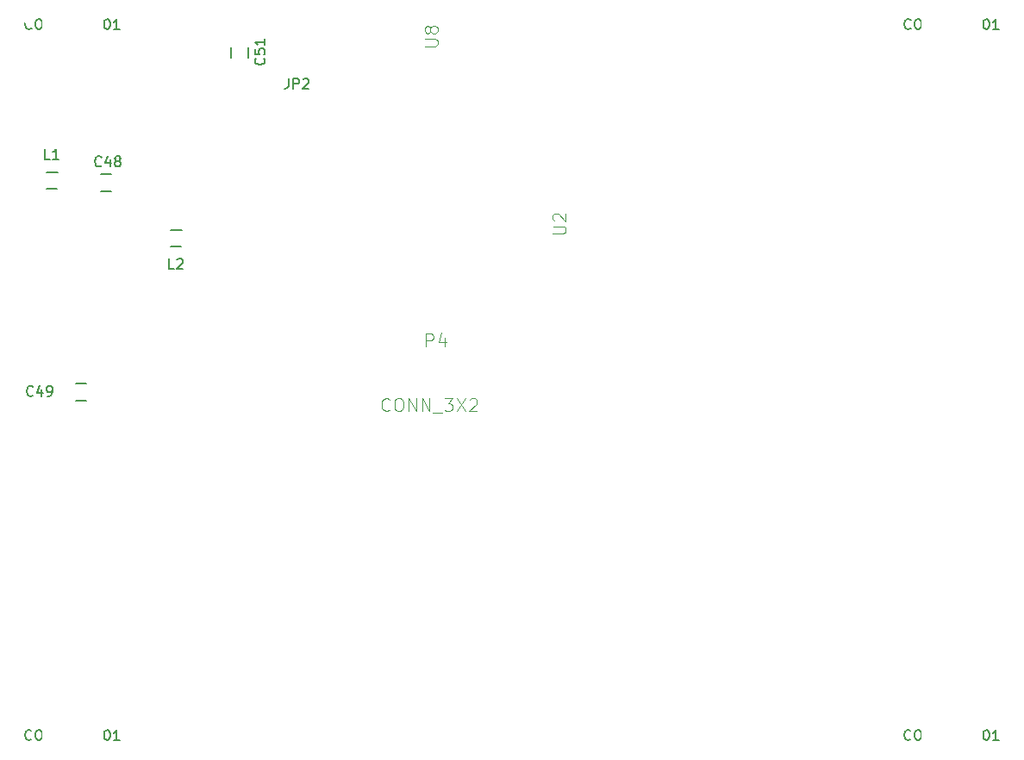
<source format=gto>
G04 #@! TF.FileFunction,Legend,Top*
%FSLAX46Y46*%
G04 Gerber Fmt 4.6, Leading zero omitted, Abs format (unit mm)*
G04 Created by KiCad (PCBNEW 4.0.2-4+6225~38~ubuntu15.04.1-stable) date So 06 Mär 2016 00:32:31 CET*
%MOMM*%
G01*
G04 APERTURE LIST*
%ADD10C,0.150000*%
%ADD11C,0.088900*%
%ADD12C,0.899160*%
%ADD13O,1.506220X3.014980*%
%ADD14R,1.600200X1.198880*%
%ADD15C,6.000000*%
%ADD16R,1.727200X1.727200*%
%ADD17O,1.727200X1.727200*%
%ADD18R,1.050000X1.050000*%
%ADD19C,1.050000*%
%ADD20R,1.000000X1.250000*%
%ADD21R,0.200000X0.200000*%
%ADD22R,1.250000X1.000000*%
%ADD23C,1.320800*%
%ADD24C,2.000000*%
%ADD25C,0.889000*%
%ADD26C,0.600000*%
G04 APERTURE END LIST*
D10*
X4401820Y-21805900D02*
X5453380Y-21805900D01*
X5504180Y-20205700D02*
X4452620Y-20205700D01*
X9788000Y-22059000D02*
X10788000Y-22059000D01*
X10788000Y-20359000D02*
X9788000Y-20359000D01*
X17696180Y-25895300D02*
X16644620Y-25895300D01*
X16593820Y-27495500D02*
X17645380Y-27495500D01*
X7323200Y-42658400D02*
X8323200Y-42658400D01*
X8323200Y-40958400D02*
X7323200Y-40958400D01*
X22568800Y-7932800D02*
X22568800Y-8932800D01*
X24268800Y-8932800D02*
X24268800Y-7932800D01*
X4786334Y-18918181D02*
X4310143Y-18918181D01*
X4310143Y-17918181D01*
X5643477Y-18918181D02*
X5072048Y-18918181D01*
X5357762Y-18918181D02*
X5357762Y-17918181D01*
X5262524Y-18061038D01*
X5167286Y-18156276D01*
X5072048Y-18203895D01*
D11*
X54169524Y-26240619D02*
X55197619Y-26240619D01*
X55318571Y-26180143D01*
X55379048Y-26119667D01*
X55439524Y-25998714D01*
X55439524Y-25756810D01*
X55379048Y-25635857D01*
X55318571Y-25575381D01*
X55197619Y-25514905D01*
X54169524Y-25514905D01*
X54290476Y-24970619D02*
X54230000Y-24910143D01*
X54169524Y-24789191D01*
X54169524Y-24486810D01*
X54230000Y-24365857D01*
X54290476Y-24305381D01*
X54411429Y-24244905D01*
X54532381Y-24244905D01*
X54713810Y-24305381D01*
X55439524Y-25031095D01*
X55439524Y-24244905D01*
X41596524Y-7825619D02*
X42624619Y-7825619D01*
X42745571Y-7765143D01*
X42806048Y-7704667D01*
X42866524Y-7583714D01*
X42866524Y-7341810D01*
X42806048Y-7220857D01*
X42745571Y-7160381D01*
X42624619Y-7099905D01*
X41596524Y-7099905D01*
X42140810Y-6313714D02*
X42080333Y-6434667D01*
X42019857Y-6495143D01*
X41898905Y-6555619D01*
X41838429Y-6555619D01*
X41717476Y-6495143D01*
X41657000Y-6434667D01*
X41596524Y-6313714D01*
X41596524Y-6071810D01*
X41657000Y-5950857D01*
X41717476Y-5890381D01*
X41838429Y-5829905D01*
X41898905Y-5829905D01*
X42019857Y-5890381D01*
X42080333Y-5950857D01*
X42140810Y-6071810D01*
X42140810Y-6313714D01*
X42201286Y-6434667D01*
X42261762Y-6495143D01*
X42382714Y-6555619D01*
X42624619Y-6555619D01*
X42745571Y-6495143D01*
X42806048Y-6434667D01*
X42866524Y-6313714D01*
X42866524Y-6071810D01*
X42806048Y-5950857D01*
X42745571Y-5890381D01*
X42624619Y-5829905D01*
X42382714Y-5829905D01*
X42261762Y-5890381D01*
X42201286Y-5950857D01*
X42140810Y-6071810D01*
D10*
X6247905Y-6167381D02*
X6247905Y-5167381D01*
X6628858Y-5167381D01*
X6724096Y-5215000D01*
X6771715Y-5262619D01*
X6819334Y-5357857D01*
X6819334Y-5500714D01*
X6771715Y-5595952D01*
X6724096Y-5643571D01*
X6628858Y-5691190D01*
X6247905Y-5691190D01*
X7390762Y-5595952D02*
X7295524Y-5548333D01*
X7247905Y-5500714D01*
X7200286Y-5405476D01*
X7200286Y-5357857D01*
X7247905Y-5262619D01*
X7295524Y-5215000D01*
X7390762Y-5167381D01*
X7581239Y-5167381D01*
X7676477Y-5215000D01*
X7724096Y-5262619D01*
X7771715Y-5357857D01*
X7771715Y-5405476D01*
X7724096Y-5500714D01*
X7676477Y-5548333D01*
X7581239Y-5595952D01*
X7390762Y-5595952D01*
X7295524Y-5643571D01*
X7247905Y-5691190D01*
X7200286Y-5786429D01*
X7200286Y-5976905D01*
X7247905Y-6072143D01*
X7295524Y-6119762D01*
X7390762Y-6167381D01*
X7581239Y-6167381D01*
X7676477Y-6119762D01*
X7724096Y-6072143D01*
X7771715Y-5976905D01*
X7771715Y-5786429D01*
X7724096Y-5691190D01*
X7676477Y-5643571D01*
X7581239Y-5595952D01*
X2962191Y-6072143D02*
X2914572Y-6119762D01*
X2771715Y-6167381D01*
X2676477Y-6167381D01*
X2533619Y-6119762D01*
X2438381Y-6024524D01*
X2390762Y-5929286D01*
X2343143Y-5738810D01*
X2343143Y-5595952D01*
X2390762Y-5405476D01*
X2438381Y-5310238D01*
X2533619Y-5215000D01*
X2676477Y-5167381D01*
X2771715Y-5167381D01*
X2914572Y-5215000D01*
X2962191Y-5262619D01*
X3581238Y-5167381D02*
X3771715Y-5167381D01*
X3866953Y-5215000D01*
X3962191Y-5310238D01*
X4009810Y-5500714D01*
X4009810Y-5834048D01*
X3962191Y-6024524D01*
X3866953Y-6119762D01*
X3771715Y-6167381D01*
X3581238Y-6167381D01*
X3486000Y-6119762D01*
X3390762Y-6024524D01*
X3343143Y-5834048D01*
X3343143Y-5500714D01*
X3390762Y-5310238D01*
X3486000Y-5215000D01*
X3581238Y-5167381D01*
X4438381Y-6167381D02*
X4438381Y-5167381D01*
X5009810Y-6167381D01*
X5009810Y-5167381D01*
X5486000Y-6167381D02*
X5486000Y-5167381D01*
X6057429Y-6167381D01*
X6057429Y-5167381D01*
X6295524Y-6262619D02*
X7057429Y-6262619D01*
X7486000Y-5167381D02*
X7581239Y-5167381D01*
X7676477Y-5215000D01*
X7724096Y-5262619D01*
X7771715Y-5357857D01*
X7819334Y-5548333D01*
X7819334Y-5786429D01*
X7771715Y-5976905D01*
X7724096Y-6072143D01*
X7676477Y-6119762D01*
X7581239Y-6167381D01*
X7486000Y-6167381D01*
X7390762Y-6119762D01*
X7343143Y-6072143D01*
X7295524Y-5976905D01*
X7247905Y-5786429D01*
X7247905Y-5548333D01*
X7295524Y-5357857D01*
X7343143Y-5262619D01*
X7390762Y-5215000D01*
X7486000Y-5167381D01*
X8771715Y-6167381D02*
X8200286Y-6167381D01*
X8486000Y-6167381D02*
X8486000Y-5167381D01*
X8390762Y-5310238D01*
X8295524Y-5405476D01*
X8200286Y-5453095D01*
X9105048Y-5167381D02*
X9771715Y-6167381D01*
X9771715Y-5167381D02*
X9105048Y-6167381D01*
X10343143Y-5167381D02*
X10438382Y-5167381D01*
X10533620Y-5215000D01*
X10581239Y-5262619D01*
X10628858Y-5357857D01*
X10676477Y-5548333D01*
X10676477Y-5786429D01*
X10628858Y-5976905D01*
X10581239Y-6072143D01*
X10533620Y-6119762D01*
X10438382Y-6167381D01*
X10343143Y-6167381D01*
X10247905Y-6119762D01*
X10200286Y-6072143D01*
X10152667Y-5976905D01*
X10105048Y-5786429D01*
X10105048Y-5548333D01*
X10152667Y-5357857D01*
X10200286Y-5262619D01*
X10247905Y-5215000D01*
X10343143Y-5167381D01*
X11628858Y-6167381D02*
X11057429Y-6167381D01*
X11343143Y-6167381D02*
X11343143Y-5167381D01*
X11247905Y-5310238D01*
X11152667Y-5405476D01*
X11057429Y-5453095D01*
X92607905Y-6167381D02*
X92607905Y-5167381D01*
X92988858Y-5167381D01*
X93084096Y-5215000D01*
X93131715Y-5262619D01*
X93179334Y-5357857D01*
X93179334Y-5500714D01*
X93131715Y-5595952D01*
X93084096Y-5643571D01*
X92988858Y-5691190D01*
X92607905Y-5691190D01*
X93655524Y-6167381D02*
X93846000Y-6167381D01*
X93941239Y-6119762D01*
X93988858Y-6072143D01*
X94084096Y-5929286D01*
X94131715Y-5738810D01*
X94131715Y-5357857D01*
X94084096Y-5262619D01*
X94036477Y-5215000D01*
X93941239Y-5167381D01*
X93750762Y-5167381D01*
X93655524Y-5215000D01*
X93607905Y-5262619D01*
X93560286Y-5357857D01*
X93560286Y-5595952D01*
X93607905Y-5691190D01*
X93655524Y-5738810D01*
X93750762Y-5786429D01*
X93941239Y-5786429D01*
X94036477Y-5738810D01*
X94084096Y-5691190D01*
X94131715Y-5595952D01*
X89322191Y-6072143D02*
X89274572Y-6119762D01*
X89131715Y-6167381D01*
X89036477Y-6167381D01*
X88893619Y-6119762D01*
X88798381Y-6024524D01*
X88750762Y-5929286D01*
X88703143Y-5738810D01*
X88703143Y-5595952D01*
X88750762Y-5405476D01*
X88798381Y-5310238D01*
X88893619Y-5215000D01*
X89036477Y-5167381D01*
X89131715Y-5167381D01*
X89274572Y-5215000D01*
X89322191Y-5262619D01*
X89941238Y-5167381D02*
X90131715Y-5167381D01*
X90226953Y-5215000D01*
X90322191Y-5310238D01*
X90369810Y-5500714D01*
X90369810Y-5834048D01*
X90322191Y-6024524D01*
X90226953Y-6119762D01*
X90131715Y-6167381D01*
X89941238Y-6167381D01*
X89846000Y-6119762D01*
X89750762Y-6024524D01*
X89703143Y-5834048D01*
X89703143Y-5500714D01*
X89750762Y-5310238D01*
X89846000Y-5215000D01*
X89941238Y-5167381D01*
X90798381Y-6167381D02*
X90798381Y-5167381D01*
X91369810Y-6167381D01*
X91369810Y-5167381D01*
X91846000Y-6167381D02*
X91846000Y-5167381D01*
X92417429Y-6167381D01*
X92417429Y-5167381D01*
X92655524Y-6262619D02*
X93417429Y-6262619D01*
X93846000Y-5167381D02*
X93941239Y-5167381D01*
X94036477Y-5215000D01*
X94084096Y-5262619D01*
X94131715Y-5357857D01*
X94179334Y-5548333D01*
X94179334Y-5786429D01*
X94131715Y-5976905D01*
X94084096Y-6072143D01*
X94036477Y-6119762D01*
X93941239Y-6167381D01*
X93846000Y-6167381D01*
X93750762Y-6119762D01*
X93703143Y-6072143D01*
X93655524Y-5976905D01*
X93607905Y-5786429D01*
X93607905Y-5548333D01*
X93655524Y-5357857D01*
X93703143Y-5262619D01*
X93750762Y-5215000D01*
X93846000Y-5167381D01*
X95131715Y-6167381D02*
X94560286Y-6167381D01*
X94846000Y-6167381D02*
X94846000Y-5167381D01*
X94750762Y-5310238D01*
X94655524Y-5405476D01*
X94560286Y-5453095D01*
X95465048Y-5167381D02*
X96131715Y-6167381D01*
X96131715Y-5167381D02*
X95465048Y-6167381D01*
X96703143Y-5167381D02*
X96798382Y-5167381D01*
X96893620Y-5215000D01*
X96941239Y-5262619D01*
X96988858Y-5357857D01*
X97036477Y-5548333D01*
X97036477Y-5786429D01*
X96988858Y-5976905D01*
X96941239Y-6072143D01*
X96893620Y-6119762D01*
X96798382Y-6167381D01*
X96703143Y-6167381D01*
X96607905Y-6119762D01*
X96560286Y-6072143D01*
X96512667Y-5976905D01*
X96465048Y-5786429D01*
X96465048Y-5548333D01*
X96512667Y-5357857D01*
X96560286Y-5262619D01*
X96607905Y-5215000D01*
X96703143Y-5167381D01*
X97988858Y-6167381D02*
X97417429Y-6167381D01*
X97703143Y-6167381D02*
X97703143Y-5167381D01*
X97607905Y-5310238D01*
X97512667Y-5405476D01*
X97417429Y-5453095D01*
X92130714Y-76017381D02*
X92130714Y-75017381D01*
X92511667Y-75017381D01*
X92606905Y-75065000D01*
X92654524Y-75112619D01*
X92702143Y-75207857D01*
X92702143Y-75350714D01*
X92654524Y-75445952D01*
X92606905Y-75493571D01*
X92511667Y-75541190D01*
X92130714Y-75541190D01*
X93654524Y-76017381D02*
X93083095Y-76017381D01*
X93368809Y-76017381D02*
X93368809Y-75017381D01*
X93273571Y-75160238D01*
X93178333Y-75255476D01*
X93083095Y-75303095D01*
X94273571Y-75017381D02*
X94368810Y-75017381D01*
X94464048Y-75065000D01*
X94511667Y-75112619D01*
X94559286Y-75207857D01*
X94606905Y-75398333D01*
X94606905Y-75636429D01*
X94559286Y-75826905D01*
X94511667Y-75922143D01*
X94464048Y-75969762D01*
X94368810Y-76017381D01*
X94273571Y-76017381D01*
X94178333Y-75969762D01*
X94130714Y-75922143D01*
X94083095Y-75826905D01*
X94035476Y-75636429D01*
X94035476Y-75398333D01*
X94083095Y-75207857D01*
X94130714Y-75112619D01*
X94178333Y-75065000D01*
X94273571Y-75017381D01*
X89321191Y-75922143D02*
X89273572Y-75969762D01*
X89130715Y-76017381D01*
X89035477Y-76017381D01*
X88892619Y-75969762D01*
X88797381Y-75874524D01*
X88749762Y-75779286D01*
X88702143Y-75588810D01*
X88702143Y-75445952D01*
X88749762Y-75255476D01*
X88797381Y-75160238D01*
X88892619Y-75065000D01*
X89035477Y-75017381D01*
X89130715Y-75017381D01*
X89273572Y-75065000D01*
X89321191Y-75112619D01*
X89940238Y-75017381D02*
X90130715Y-75017381D01*
X90225953Y-75065000D01*
X90321191Y-75160238D01*
X90368810Y-75350714D01*
X90368810Y-75684048D01*
X90321191Y-75874524D01*
X90225953Y-75969762D01*
X90130715Y-76017381D01*
X89940238Y-76017381D01*
X89845000Y-75969762D01*
X89749762Y-75874524D01*
X89702143Y-75684048D01*
X89702143Y-75350714D01*
X89749762Y-75160238D01*
X89845000Y-75065000D01*
X89940238Y-75017381D01*
X90797381Y-76017381D02*
X90797381Y-75017381D01*
X91368810Y-76017381D01*
X91368810Y-75017381D01*
X91845000Y-76017381D02*
X91845000Y-75017381D01*
X92416429Y-76017381D01*
X92416429Y-75017381D01*
X92654524Y-76112619D02*
X93416429Y-76112619D01*
X93845000Y-75017381D02*
X93940239Y-75017381D01*
X94035477Y-75065000D01*
X94083096Y-75112619D01*
X94130715Y-75207857D01*
X94178334Y-75398333D01*
X94178334Y-75636429D01*
X94130715Y-75826905D01*
X94083096Y-75922143D01*
X94035477Y-75969762D01*
X93940239Y-76017381D01*
X93845000Y-76017381D01*
X93749762Y-75969762D01*
X93702143Y-75922143D01*
X93654524Y-75826905D01*
X93606905Y-75636429D01*
X93606905Y-75398333D01*
X93654524Y-75207857D01*
X93702143Y-75112619D01*
X93749762Y-75065000D01*
X93845000Y-75017381D01*
X95130715Y-76017381D02*
X94559286Y-76017381D01*
X94845000Y-76017381D02*
X94845000Y-75017381D01*
X94749762Y-75160238D01*
X94654524Y-75255476D01*
X94559286Y-75303095D01*
X95464048Y-75017381D02*
X96130715Y-76017381D01*
X96130715Y-75017381D02*
X95464048Y-76017381D01*
X96702143Y-75017381D02*
X96797382Y-75017381D01*
X96892620Y-75065000D01*
X96940239Y-75112619D01*
X96987858Y-75207857D01*
X97035477Y-75398333D01*
X97035477Y-75636429D01*
X96987858Y-75826905D01*
X96940239Y-75922143D01*
X96892620Y-75969762D01*
X96797382Y-76017381D01*
X96702143Y-76017381D01*
X96606905Y-75969762D01*
X96559286Y-75922143D01*
X96511667Y-75826905D01*
X96464048Y-75636429D01*
X96464048Y-75398333D01*
X96511667Y-75207857D01*
X96559286Y-75112619D01*
X96606905Y-75065000D01*
X96702143Y-75017381D01*
X97987858Y-76017381D02*
X97416429Y-76017381D01*
X97702143Y-76017381D02*
X97702143Y-75017381D01*
X97606905Y-75160238D01*
X97511667Y-75255476D01*
X97416429Y-75303095D01*
X5770714Y-76017381D02*
X5770714Y-75017381D01*
X6151667Y-75017381D01*
X6246905Y-75065000D01*
X6294524Y-75112619D01*
X6342143Y-75207857D01*
X6342143Y-75350714D01*
X6294524Y-75445952D01*
X6246905Y-75493571D01*
X6151667Y-75541190D01*
X5770714Y-75541190D01*
X7294524Y-76017381D02*
X6723095Y-76017381D01*
X7008809Y-76017381D02*
X7008809Y-75017381D01*
X6913571Y-75160238D01*
X6818333Y-75255476D01*
X6723095Y-75303095D01*
X8246905Y-76017381D02*
X7675476Y-76017381D01*
X7961190Y-76017381D02*
X7961190Y-75017381D01*
X7865952Y-75160238D01*
X7770714Y-75255476D01*
X7675476Y-75303095D01*
X2961191Y-75922143D02*
X2913572Y-75969762D01*
X2770715Y-76017381D01*
X2675477Y-76017381D01*
X2532619Y-75969762D01*
X2437381Y-75874524D01*
X2389762Y-75779286D01*
X2342143Y-75588810D01*
X2342143Y-75445952D01*
X2389762Y-75255476D01*
X2437381Y-75160238D01*
X2532619Y-75065000D01*
X2675477Y-75017381D01*
X2770715Y-75017381D01*
X2913572Y-75065000D01*
X2961191Y-75112619D01*
X3580238Y-75017381D02*
X3770715Y-75017381D01*
X3865953Y-75065000D01*
X3961191Y-75160238D01*
X4008810Y-75350714D01*
X4008810Y-75684048D01*
X3961191Y-75874524D01*
X3865953Y-75969762D01*
X3770715Y-76017381D01*
X3580238Y-76017381D01*
X3485000Y-75969762D01*
X3389762Y-75874524D01*
X3342143Y-75684048D01*
X3342143Y-75350714D01*
X3389762Y-75160238D01*
X3485000Y-75065000D01*
X3580238Y-75017381D01*
X4437381Y-76017381D02*
X4437381Y-75017381D01*
X5008810Y-76017381D01*
X5008810Y-75017381D01*
X5485000Y-76017381D02*
X5485000Y-75017381D01*
X6056429Y-76017381D01*
X6056429Y-75017381D01*
X6294524Y-76112619D02*
X7056429Y-76112619D01*
X7485000Y-75017381D02*
X7580239Y-75017381D01*
X7675477Y-75065000D01*
X7723096Y-75112619D01*
X7770715Y-75207857D01*
X7818334Y-75398333D01*
X7818334Y-75636429D01*
X7770715Y-75826905D01*
X7723096Y-75922143D01*
X7675477Y-75969762D01*
X7580239Y-76017381D01*
X7485000Y-76017381D01*
X7389762Y-75969762D01*
X7342143Y-75922143D01*
X7294524Y-75826905D01*
X7246905Y-75636429D01*
X7246905Y-75398333D01*
X7294524Y-75207857D01*
X7342143Y-75112619D01*
X7389762Y-75065000D01*
X7485000Y-75017381D01*
X8770715Y-76017381D02*
X8199286Y-76017381D01*
X8485000Y-76017381D02*
X8485000Y-75017381D01*
X8389762Y-75160238D01*
X8294524Y-75255476D01*
X8199286Y-75303095D01*
X9104048Y-75017381D02*
X9770715Y-76017381D01*
X9770715Y-75017381D02*
X9104048Y-76017381D01*
X10342143Y-75017381D02*
X10437382Y-75017381D01*
X10532620Y-75065000D01*
X10580239Y-75112619D01*
X10627858Y-75207857D01*
X10675477Y-75398333D01*
X10675477Y-75636429D01*
X10627858Y-75826905D01*
X10580239Y-75922143D01*
X10532620Y-75969762D01*
X10437382Y-76017381D01*
X10342143Y-76017381D01*
X10246905Y-75969762D01*
X10199286Y-75922143D01*
X10151667Y-75826905D01*
X10104048Y-75636429D01*
X10104048Y-75398333D01*
X10151667Y-75207857D01*
X10199286Y-75112619D01*
X10246905Y-75065000D01*
X10342143Y-75017381D01*
X11627858Y-76017381D02*
X11056429Y-76017381D01*
X11342143Y-76017381D02*
X11342143Y-75017381D01*
X11246905Y-75160238D01*
X11151667Y-75255476D01*
X11056429Y-75303095D01*
X9821943Y-19559543D02*
X9774324Y-19607162D01*
X9631467Y-19654781D01*
X9536229Y-19654781D01*
X9393371Y-19607162D01*
X9298133Y-19511924D01*
X9250514Y-19416686D01*
X9202895Y-19226210D01*
X9202895Y-19083352D01*
X9250514Y-18892876D01*
X9298133Y-18797638D01*
X9393371Y-18702400D01*
X9536229Y-18654781D01*
X9631467Y-18654781D01*
X9774324Y-18702400D01*
X9821943Y-18750019D01*
X10679086Y-18988114D02*
X10679086Y-19654781D01*
X10440990Y-18607162D02*
X10202895Y-19321448D01*
X10821943Y-19321448D01*
X11345752Y-19083352D02*
X11250514Y-19035733D01*
X11202895Y-18988114D01*
X11155276Y-18892876D01*
X11155276Y-18845257D01*
X11202895Y-18750019D01*
X11250514Y-18702400D01*
X11345752Y-18654781D01*
X11536229Y-18654781D01*
X11631467Y-18702400D01*
X11679086Y-18750019D01*
X11726705Y-18845257D01*
X11726705Y-18892876D01*
X11679086Y-18988114D01*
X11631467Y-19035733D01*
X11536229Y-19083352D01*
X11345752Y-19083352D01*
X11250514Y-19130971D01*
X11202895Y-19178590D01*
X11155276Y-19273829D01*
X11155276Y-19464305D01*
X11202895Y-19559543D01*
X11250514Y-19607162D01*
X11345752Y-19654781D01*
X11536229Y-19654781D01*
X11631467Y-19607162D01*
X11679086Y-19559543D01*
X11726705Y-19464305D01*
X11726705Y-19273829D01*
X11679086Y-19178590D01*
X11631467Y-19130971D01*
X11536229Y-19083352D01*
X16978334Y-29687781D02*
X16502143Y-29687781D01*
X16502143Y-28687781D01*
X17264048Y-28783019D02*
X17311667Y-28735400D01*
X17406905Y-28687781D01*
X17645001Y-28687781D01*
X17740239Y-28735400D01*
X17787858Y-28783019D01*
X17835477Y-28878257D01*
X17835477Y-28973495D01*
X17787858Y-29116352D01*
X17216429Y-29687781D01*
X17835477Y-29687781D01*
X3116343Y-42114743D02*
X3068724Y-42162362D01*
X2925867Y-42209981D01*
X2830629Y-42209981D01*
X2687771Y-42162362D01*
X2592533Y-42067124D01*
X2544914Y-41971886D01*
X2497295Y-41781410D01*
X2497295Y-41638552D01*
X2544914Y-41448076D01*
X2592533Y-41352838D01*
X2687771Y-41257600D01*
X2830629Y-41209981D01*
X2925867Y-41209981D01*
X3068724Y-41257600D01*
X3116343Y-41305219D01*
X3973486Y-41543314D02*
X3973486Y-42209981D01*
X3735390Y-41162362D02*
X3497295Y-41876648D01*
X4116343Y-41876648D01*
X4544914Y-42209981D02*
X4735390Y-42209981D01*
X4830629Y-42162362D01*
X4878248Y-42114743D01*
X4973486Y-41971886D01*
X5021105Y-41781410D01*
X5021105Y-41400457D01*
X4973486Y-41305219D01*
X4925867Y-41257600D01*
X4830629Y-41209981D01*
X4640152Y-41209981D01*
X4544914Y-41257600D01*
X4497295Y-41305219D01*
X4449676Y-41400457D01*
X4449676Y-41638552D01*
X4497295Y-41733790D01*
X4544914Y-41781410D01*
X4640152Y-41829029D01*
X4830629Y-41829029D01*
X4925867Y-41781410D01*
X4973486Y-41733790D01*
X5021105Y-41638552D01*
X28210027Y-11014461D02*
X28210027Y-11728747D01*
X28162407Y-11871604D01*
X28067169Y-11966842D01*
X27924312Y-12014461D01*
X27829074Y-12014461D01*
X28686217Y-12014461D02*
X28686217Y-11014461D01*
X29067170Y-11014461D01*
X29162408Y-11062080D01*
X29210027Y-11109699D01*
X29257646Y-11204937D01*
X29257646Y-11347794D01*
X29210027Y-11443032D01*
X29162408Y-11490651D01*
X29067170Y-11538270D01*
X28686217Y-11538270D01*
X29638598Y-11109699D02*
X29686217Y-11062080D01*
X29781455Y-11014461D01*
X30019551Y-11014461D01*
X30114789Y-11062080D01*
X30162408Y-11109699D01*
X30210027Y-11204937D01*
X30210027Y-11300175D01*
X30162408Y-11443032D01*
X29590979Y-12014461D01*
X30210027Y-12014461D01*
X25807943Y-9024857D02*
X25855562Y-9072476D01*
X25903181Y-9215333D01*
X25903181Y-9310571D01*
X25855562Y-9453429D01*
X25760324Y-9548667D01*
X25665086Y-9596286D01*
X25474610Y-9643905D01*
X25331752Y-9643905D01*
X25141276Y-9596286D01*
X25046038Y-9548667D01*
X24950800Y-9453429D01*
X24903181Y-9310571D01*
X24903181Y-9215333D01*
X24950800Y-9072476D01*
X24998419Y-9024857D01*
X24903181Y-8120095D02*
X24903181Y-8596286D01*
X25379371Y-8643905D01*
X25331752Y-8596286D01*
X25284133Y-8501048D01*
X25284133Y-8262952D01*
X25331752Y-8167714D01*
X25379371Y-8120095D01*
X25474610Y-8072476D01*
X25712705Y-8072476D01*
X25807943Y-8120095D01*
X25855562Y-8167714D01*
X25903181Y-8262952D01*
X25903181Y-8501048D01*
X25855562Y-8596286D01*
X25807943Y-8643905D01*
X25903181Y-7120095D02*
X25903181Y-7691524D01*
X25903181Y-7405810D02*
X24903181Y-7405810D01*
X25046038Y-7501048D01*
X25141276Y-7596286D01*
X25188895Y-7691524D01*
D11*
X41734619Y-37341024D02*
X41734619Y-36071024D01*
X42218428Y-36071024D01*
X42339381Y-36131500D01*
X42399857Y-36191976D01*
X42460333Y-36312929D01*
X42460333Y-36494357D01*
X42399857Y-36615310D01*
X42339381Y-36675786D01*
X42218428Y-36736262D01*
X41734619Y-36736262D01*
X43548905Y-36494357D02*
X43548905Y-37341024D01*
X43246524Y-36010548D02*
X42944143Y-36917690D01*
X43730333Y-36917690D01*
X38136286Y-43570071D02*
X38075810Y-43630548D01*
X37894381Y-43691024D01*
X37773429Y-43691024D01*
X37592001Y-43630548D01*
X37471048Y-43509595D01*
X37410572Y-43388643D01*
X37350096Y-43146738D01*
X37350096Y-42965310D01*
X37410572Y-42723405D01*
X37471048Y-42602452D01*
X37592001Y-42481500D01*
X37773429Y-42421024D01*
X37894381Y-42421024D01*
X38075810Y-42481500D01*
X38136286Y-42541976D01*
X38922477Y-42421024D02*
X39164381Y-42421024D01*
X39285334Y-42481500D01*
X39406286Y-42602452D01*
X39466762Y-42844357D01*
X39466762Y-43267690D01*
X39406286Y-43509595D01*
X39285334Y-43630548D01*
X39164381Y-43691024D01*
X38922477Y-43691024D01*
X38801524Y-43630548D01*
X38680572Y-43509595D01*
X38620096Y-43267690D01*
X38620096Y-42844357D01*
X38680572Y-42602452D01*
X38801524Y-42481500D01*
X38922477Y-42421024D01*
X40011048Y-43691024D02*
X40011048Y-42421024D01*
X40736762Y-43691024D01*
X40736762Y-42421024D01*
X41341524Y-43691024D02*
X41341524Y-42421024D01*
X42067238Y-43691024D01*
X42067238Y-42421024D01*
X42369619Y-43811976D02*
X43337238Y-43811976D01*
X43518667Y-42421024D02*
X44304857Y-42421024D01*
X43881524Y-42904833D01*
X44062952Y-42904833D01*
X44183905Y-42965310D01*
X44244381Y-43025786D01*
X44304857Y-43146738D01*
X44304857Y-43449119D01*
X44244381Y-43570071D01*
X44183905Y-43630548D01*
X44062952Y-43691024D01*
X43700095Y-43691024D01*
X43579143Y-43630548D01*
X43518667Y-43570071D01*
X44728191Y-42421024D02*
X45574857Y-43691024D01*
X45574857Y-42421024D02*
X44728191Y-43691024D01*
X45998191Y-42541976D02*
X46058667Y-42481500D01*
X46179619Y-42421024D01*
X46482000Y-42421024D01*
X46602953Y-42481500D01*
X46663429Y-42541976D01*
X46723905Y-42662929D01*
X46723905Y-42783881D01*
X46663429Y-42965310D01*
X45937715Y-43691024D01*
X46723905Y-43691024D01*
%LPC*%
D12*
X6311900Y-17312640D03*
X6311900Y-12913360D03*
D13*
X86488000Y-4445000D03*
X83948000Y-4445000D03*
X68708000Y-4445000D03*
X71248000Y-4445000D03*
X73788000Y-4445000D03*
X76328000Y-4445000D03*
X78868000Y-4445000D03*
X81408000Y-4445000D03*
X5335000Y-24130000D03*
X7875000Y-24130000D03*
X10415000Y-24130000D03*
X12955000Y-24130000D03*
D14*
X3152140Y-21005800D03*
X6753860Y-21005800D03*
D13*
X3684000Y-45466000D03*
X6224000Y-45466000D03*
X8764000Y-45466000D03*
X11304000Y-45466000D03*
X13844000Y-45466000D03*
X16384000Y-45466000D03*
D15*
X6986000Y-5715000D03*
X93346000Y-5715000D03*
X93345000Y-75565000D03*
X6985000Y-75565000D03*
D16*
X27941000Y-72390000D03*
D17*
X27941000Y-74930000D03*
X30481000Y-72390000D03*
X30481000Y-74930000D03*
X33021000Y-72390000D03*
X33021000Y-74930000D03*
X35561000Y-72390000D03*
X35561000Y-74930000D03*
X38101000Y-72390000D03*
X38101000Y-74930000D03*
X40641000Y-72390000D03*
X40641000Y-74930000D03*
X43181000Y-72390000D03*
X43181000Y-74930000D03*
X45721000Y-72390000D03*
X45721000Y-74930000D03*
X48261000Y-72390000D03*
X48261000Y-74930000D03*
X50801000Y-72390000D03*
X50801000Y-74930000D03*
X53341000Y-72390000D03*
X53341000Y-74930000D03*
X55881000Y-72390000D03*
X55881000Y-74930000D03*
X58421000Y-72390000D03*
X58421000Y-74930000D03*
X60961000Y-72390000D03*
X60961000Y-74930000D03*
X63501000Y-72390000D03*
X63501000Y-74930000D03*
X66041000Y-72390000D03*
X66041000Y-74930000D03*
X68581000Y-72390000D03*
X68581000Y-74930000D03*
X71121000Y-72390000D03*
X71121000Y-74930000D03*
X73661000Y-72390000D03*
X73661000Y-74930000D03*
X76201000Y-72390000D03*
X76201000Y-74930000D03*
D16*
X42546000Y-46355000D03*
D17*
X42546000Y-48895000D03*
X45086000Y-46355000D03*
X45086000Y-48895000D03*
X47626000Y-46355000D03*
X47626000Y-48895000D03*
X50166000Y-46355000D03*
X50166000Y-48895000D03*
X52706000Y-46355000D03*
X52706000Y-48895000D03*
X55246000Y-46355000D03*
X55246000Y-48895000D03*
X57786000Y-46355000D03*
X57786000Y-48895000D03*
X60326000Y-46355000D03*
X60326000Y-48895000D03*
X62866000Y-46355000D03*
X62866000Y-48895000D03*
X65406000Y-46355000D03*
X65406000Y-48895000D03*
X67946000Y-46355000D03*
X67946000Y-48895000D03*
X70486000Y-46355000D03*
X70486000Y-48895000D03*
X73026000Y-46355000D03*
X73026000Y-48895000D03*
X75566000Y-46355000D03*
X75566000Y-48895000D03*
X78106000Y-46355000D03*
X78106000Y-48895000D03*
X80646000Y-46355000D03*
X80646000Y-48895000D03*
X83186000Y-46355000D03*
X83186000Y-48895000D03*
X85726000Y-46355000D03*
X85726000Y-48895000D03*
X88266000Y-46355000D03*
X88266000Y-48895000D03*
X90806000Y-46355000D03*
X90806000Y-48895000D03*
D18*
X34722800Y-14605000D03*
D19*
X35992800Y-14605000D03*
X37262800Y-14605000D03*
X38532800Y-14605000D03*
X39802800Y-14605000D03*
X35992800Y-15875000D03*
X37262800Y-15875000D03*
X38532800Y-15875000D03*
X39802800Y-15875000D03*
X34722800Y-15875000D03*
D20*
X11288000Y-21209000D03*
X9288000Y-21209000D03*
D14*
X18945860Y-26695400D03*
X15344140Y-26695400D03*
D20*
X8823200Y-41808400D03*
X6823200Y-41808400D03*
D21*
X28684000Y-7493000D03*
X29484000Y-7493000D03*
D22*
X23418800Y-9432800D03*
X23418800Y-7432800D03*
D23*
X39497000Y-38671500D03*
X40767000Y-41211500D03*
X42037000Y-38671500D03*
X43307000Y-41211500D03*
X44577000Y-38671500D03*
X45847000Y-41211500D03*
D24*
X33275000Y-22987000D03*
X21654500Y-22987000D03*
X22607000Y-46863000D03*
X27052000Y-51308000D03*
D25*
X21590000Y-9398000D03*
D24*
X71883000Y-18542000D03*
X58192400Y-18567400D03*
D25*
X21844000Y-71882000D03*
X21844000Y-65405000D03*
X26924000Y-14224000D03*
X30988000Y-14224000D03*
X96456500Y-58293000D03*
X93599000Y-55118000D03*
X37528500Y-44577000D03*
X19354800Y-75539600D03*
X27457400Y-43484800D03*
X80200500Y-56642000D03*
X81280000Y-53949600D03*
X67843400Y-55397400D03*
X50241200Y-55270400D03*
X73761600Y-56540400D03*
X55880000Y-56515000D03*
X23317200Y-5537200D03*
X47421800Y-32461200D03*
X46786800Y-16357600D03*
X44958000Y-20320000D03*
X40792400Y-21793200D03*
X47117000Y-15163800D03*
X17272000Y-9271000D03*
X13525500Y-20891500D03*
D26*
X11811000Y-13970000D03*
D25*
X31940500Y-26225500D03*
X29337000Y-24765000D03*
X31686500Y-15875000D03*
X35179000Y-51181000D03*
X45148500Y-56515000D03*
X59436000Y-69659500D03*
X96267000Y-21717000D03*
X97028000Y-9461500D03*
X8864600Y-39649400D03*
X7696200Y-35026600D03*
X29845000Y-33883600D03*
X30886400Y-32080200D03*
X82678000Y-17907000D03*
X86804500Y-15240000D03*
X59753500Y-64198500D03*
X56007000Y-61023500D03*
X52514500Y-65024000D03*
X50546000Y-58737500D03*
X22225000Y-60833000D03*
X27368500Y-57848500D03*
X27052000Y-63817500D03*
X31686500Y-66802000D03*
X92964000Y-30607000D03*
X71310500Y-13525500D03*
X69977000Y-1968500D03*
X44323000Y-11239500D03*
X66738500Y-8572500D03*
X40895000Y-30353000D03*
X40830500Y-33909000D03*
X61849000Y-22479000D03*
X59690000Y-31115000D03*
X59817000Y-28448000D03*
X75870800Y-20040600D03*
X41084500Y-59880500D03*
X88138000Y-69977000D03*
X85598000Y-24384000D03*
X73914000Y-9779000D03*
X53975000Y-18288000D03*
X46609000Y-21590000D03*
X49657000Y-33528000D03*
X59309000Y-20320000D03*
X72898000Y-25146000D03*
X38989000Y-25273000D03*
X35941000Y-28829000D03*
X88328500Y-64706500D03*
X84709000Y-70231000D03*
X96520000Y-67945000D03*
X22580600Y-31826200D03*
X23698200Y-30099000D03*
X23698200Y-28321000D03*
X23698200Y-26492200D03*
X23698200Y-24765000D03*
X11049000Y-42595800D03*
X13843000Y-42595800D03*
X16535400Y-42545000D03*
X19481800Y-42595800D03*
X19431000Y-40208200D03*
X18110200Y-38227000D03*
X69088000Y-26670000D03*
X5080000Y-64897000D03*
X13970000Y-49657000D03*
X8255000Y-57658000D03*
X91694000Y-60198000D03*
X71882000Y-64135000D03*
X73787000Y-60325000D03*
X71501000Y-57785000D03*
X37720000Y-30607000D03*
X38482000Y-51054000D03*
X28322000Y-35433000D03*
X46102000Y-9017000D03*
X46610000Y-4953000D03*
X14859000Y-4445000D03*
X11050000Y-8763000D03*
X74042000Y-15621000D03*
X61722000Y-17335500D03*
X65430400Y-25425400D03*
X91695000Y-22098000D03*
X35561000Y-37338000D03*
X92838000Y-26543000D03*
X37147500Y-34925000D03*
X40514000Y-28321000D03*
X95948500Y-50482500D03*
X86488000Y-58801000D03*
X87579200Y-53670200D03*
X46559200Y-61595000D03*
X12574000Y-53848000D03*
X26899600Y-53517800D03*
X64644000Y-61595000D03*
X62103000Y-56515000D03*
X77852000Y-64389000D03*
X82281000Y-61595000D03*
X8699500Y-1651000D03*
X5461000Y-1651000D03*
X2667000Y-2476500D03*
X2667000Y-3810000D03*
X2667000Y-5207000D03*
D24*
X65342500Y-10350500D03*
X65406000Y-3429000D03*
X33529000Y-20701000D03*
X21667200Y-20751800D03*
D26*
X45086000Y-28829000D03*
X48134000Y-24892000D03*
X48388000Y-22733000D03*
X53722000Y-31369000D03*
X48388000Y-30480000D03*
X51690000Y-31750000D03*
X53468000Y-30480000D03*
X53976000Y-27559000D03*
X53976000Y-25527000D03*
X53976000Y-22987000D03*
X53595000Y-20955000D03*
X50801000Y-19939000D03*
X48515000Y-20574000D03*
X45467000Y-25019000D03*
X44324000Y-26162000D03*
X46610000Y-28829000D03*
X49912000Y-20320000D03*
X33656000Y-4318000D03*
X36450000Y-3683000D03*
X35942000Y-4191000D03*
X38609000Y-3683000D03*
X31370000Y-9779000D03*
X41022000Y-6858000D03*
X41022000Y-9525000D03*
X41022000Y-11557000D03*
X33910000Y-11557000D03*
X31370000Y-11557000D03*
X36704000Y-11557000D03*
X41022000Y-3683000D03*
X32640000Y-5334000D03*
X39752000Y-11303000D03*
M02*

</source>
